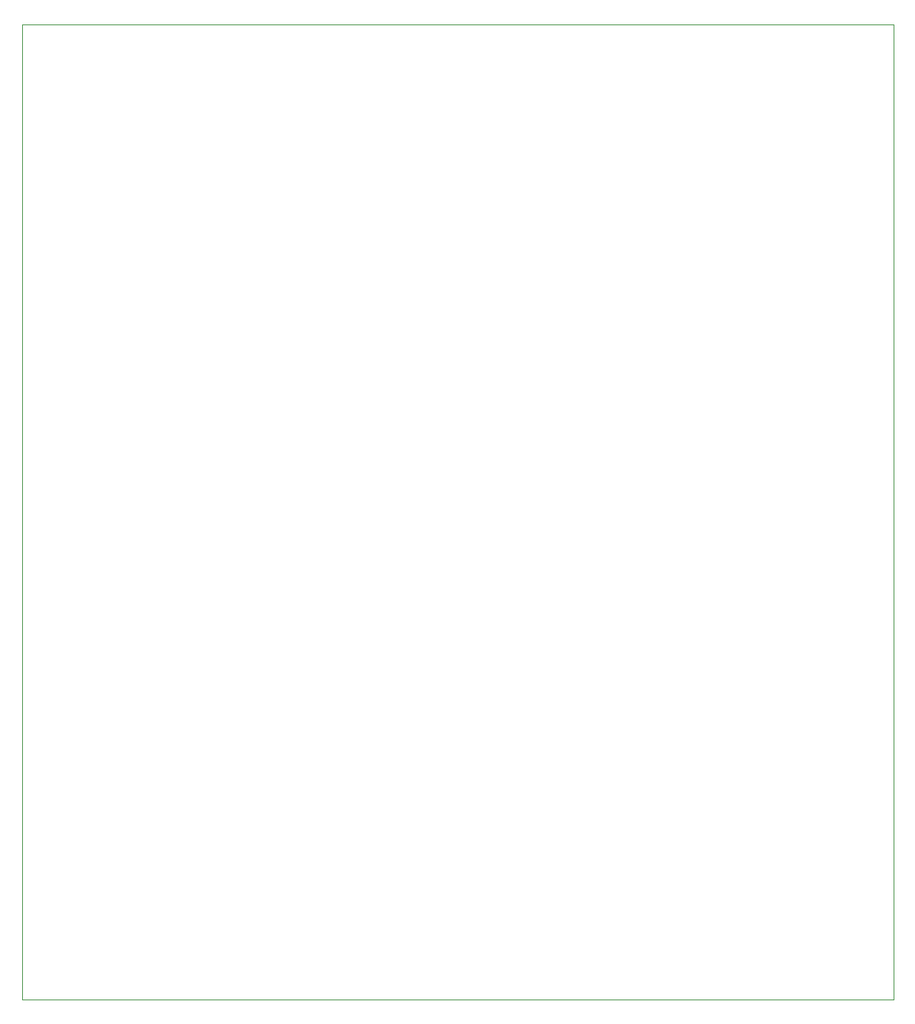
<source format=gbr>
%TF.GenerationSoftware,KiCad,Pcbnew,9.0.7-9.0.7~ubuntu24.04.1*%
%TF.CreationDate,2026-01-22T09:15:27-05:00*%
%TF.ProjectId,LED_proto_sector,4c45445f-7072-46f7-946f-5f736563746f,rev?*%
%TF.SameCoordinates,Original*%
%TF.FileFunction,Profile,NP*%
%FSLAX46Y46*%
G04 Gerber Fmt 4.6, Leading zero omitted, Abs format (unit mm)*
G04 Created by KiCad (PCBNEW 9.0.7-9.0.7~ubuntu24.04.1) date 2026-01-22 09:15:27*
%MOMM*%
%LPD*%
G01*
G04 APERTURE LIST*
%TA.AperFunction,Profile*%
%ADD10C,0.050000*%
%TD*%
G04 APERTURE END LIST*
D10*
X138430000Y-55880000D02*
X234950000Y-55880000D01*
X234950000Y-163830000D01*
X138430000Y-163830000D01*
X138430000Y-55880000D01*
M02*

</source>
